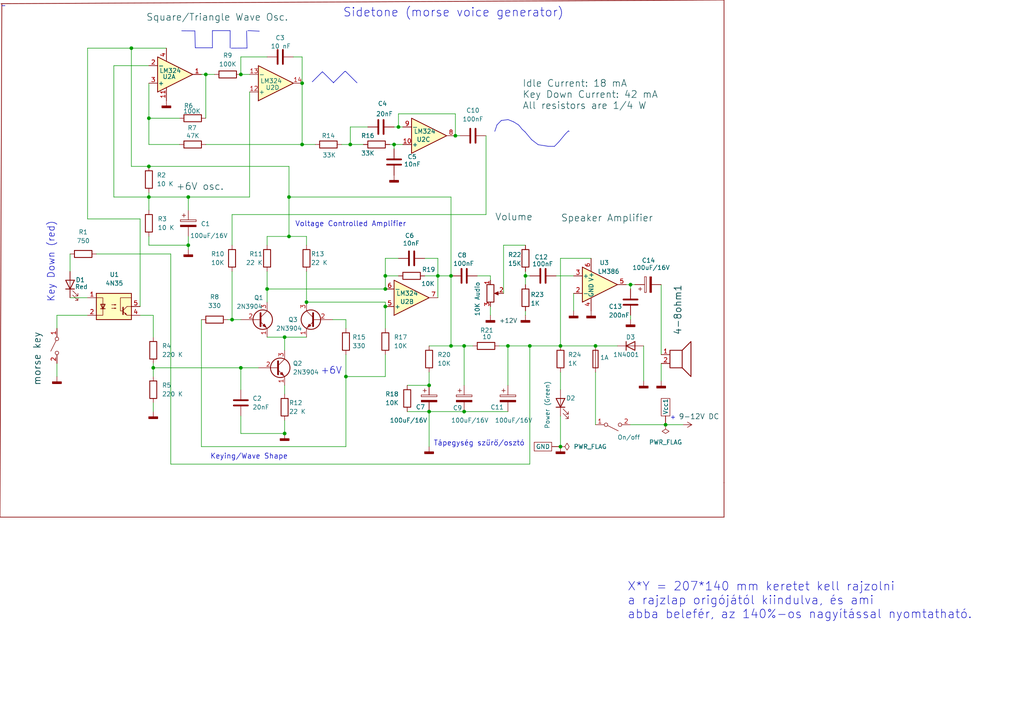
<source format=kicad_sch>
(kicad_sch (version 20230121) (generator eeschema)
  (paper "A4")
  (title_block (title "sidetone-cw-voice-generator") (date "2024-02-03") (rev "0"))
  (lib_symbols
    (symbol "000_Device:GND"
      (property "Reference" "GND" (at 0 2.54 0))
      (symbol "GND_0_1"
        (rectangle (start 2.54 1.27) (end 7.62 -1.27))
      )
      (symbol "GND_1_1"
        (pin passive line (at 0 0 0) (length 2.54) (name "GND") (number ""))
      )
    )
    (symbol "000_Device:Vcc"
      (property "Reference" "Vcc" (at 5.08 0 0))
      (symbol "Vcc_0_1"
        (rectangle (start 2.54 1.27) (end 7.62 -1.27))
      )
      (symbol "Vcc_1_1"
        (pin passive line (at 0 0 0) (length 2.54) (name "") (number ""))
      )
    )
    (symbol "Amplifier_Audio:LM386" (pin_names (offset 0.127))
      (property "Reference" "U3" (at -2.3596 11.0316 0))
      (property "Value" "LM386" (at -2.7923 9.0535 0))
      (symbol "LM386_0_1"
        (polyline (pts (xy 5.08 0) (xy -5.08 5.08) (xy -5.08 -5.08) (xy 5.08 0)) (stroke (width 0.254)) (fill (type background)))
      )
      (symbol "LM386_1_1"
        (pin no_connect line (at 0 0 270) (length 2.54) hide (name "GAIN") (number "1"))
        (pin input line (at -7.62 -2.54 0) (length 2.54) (name "-") (number "2"))
        (pin input line (at -7.62 2.54 0) (length 2.54) (name "+") (number "3"))
        (pin power_in line (at -2.54 -7.62 90) (length 3.81) (name "GND") (number "4"))
        (pin output line (at 7.62 0 180) (length 2.54) (name "~") (number "5"))
        (pin power_in line (at -2.54 7.62 270) (length 3.81) (name "V+") (number "6"))
        (pin no_connect line (at -1.27 0 90) (length 2.5) hide (name "BYPASS") (number "7"))
        (pin no_connect line (at 1.27 1.27 270) (length 1.5) hide (name "GAIN") (number "8"))
      )
    )
    (symbol "Amplifier_Operational:LM324" (pin_names (offset 0.127))
      (property "Reference" "U" (at 0 5.08 0))
      (property "Value" "LM324" (at 0 -5.08 0))
      (symbol "LM324_1_1"
        (polyline (pts (xy -5.08 5.08) (xy 5.08 0) (xy -5.08 -5.08) (xy -5.08 5.08)) (stroke (width 0.254)) (fill (type background)))
        (pin output line (at 7.62 0 180) (length 2.54) (name "~") (number "1"))
        (pin input line (at -7.62 -2.54 0) (length 2.54) (name "-") (number "2"))
        (pin input line (at -7.62 2.54 0) (length 2.54) (name "+") (number "3"))
      )
      (symbol "LM324_2_1"
        (polyline (pts (xy -5.08 5.08) (xy 5.08 0) (xy -5.08 -5.08) (xy -5.08 5.08)) (stroke (width 0.254)) (fill (type background)))
        (pin input line (at -7.62 2.54 0) (length 2.54) (name "+") (number "5"))
        (pin input line (at -7.62 -2.54 0) (length 2.54) (name "-") (number "6"))
        (pin output line (at 7.62 0 180) (length 2.54) (name "~") (number "7"))
      )
      (symbol "LM324_3_1"
        (polyline (pts (xy -5.08 5.08) (xy 5.08 0) (xy -5.08 -5.08) (xy -5.08 5.08)) (stroke (width 0.254)) (fill (type background)))
        (pin input line (at -7.62 2.54 0) (length 2.54) (name "+") (number "10"))
        (pin output line (at 7.62 0 180) (length 2.54) (name "~") (number "8"))
        (pin input line (at -7.62 -2.54 0) (length 2.54) (name "-") (number "9"))
      )
      (symbol "LM324_4_1"
        (polyline (pts (xy -5.08 5.08) (xy 5.08 0) (xy -5.08 -5.08) (xy -5.08 5.08)) (stroke (width 0.254)) (fill (type background)))
        (pin input line (at -7.62 2.54 0) (length 2.54) (name "+") (number "12"))
        (pin input line (at -7.62 -2.54 0) (length 2.54) (name "-") (number "13"))
        (pin output line (at 7.62 0 180) (length 2.54) (name "~") (number "14"))
      )
      (symbol "LM324_5_1"
        (pin power_in line (at -2.54 -7.62 90) (length 3.81) (name "V-") (number "11"))
        (pin power_in line (at -2.54 7.62 270) (length 3.81) (name "V+") (number "4"))
      )
    )
    (symbol "Device:C" (pin_numbers hide) (pin_names (offset 0.254))
      (property "Reference" "C" (at 0.635 2.54 0))
      (property "Value" "C" (at 0.635 -2.54 0))
      (symbol "C_0_1"
        (polyline (pts (xy -2.032 -0.762) (xy 2.032 -0.762)) (stroke (width 0.508)))
        (polyline (pts (xy -2.032 0.762) (xy 2.032 0.762)) (stroke (width 0.508)))
      )
      (symbol "C_1_1"
        (pin passive line (at 0 3.81 270) (length 2.794) (name "~") (number "1"))
        (pin passive line (at 0 -3.81 90) (length 2.794) (name "~") (number "2"))
      )
    )
    (symbol "Device:C_Polarized" (pin_numbers hide) (pin_names (offset 0.254))
      (property "Reference" "C" (at 0.635 2.54 0))
      (property "Value" "C_Polarized" (at 0.635 -2.54 0))
      (symbol "C_Polarized_0_1"
        (rectangle (start -2.286 0.508) (end 2.286 1.016))
        (polyline (pts (xy -1.778 2.286) (xy -0.762 2.286)))
        (polyline (pts (xy -1.27 2.794) (xy -1.27 1.778)))
        (rectangle (start 2.286 -0.508) (end -2.286 -1.016) (fill (type outline)))
      )
      (symbol "C_Polarized_1_1"
        (pin passive line (at 0 3.81 270) (length 2.794) (name "~") (number "1"))
        (pin passive line (at 0 -3.81 90) (length 2.794) (name "~") (number "2"))
      )
    )
    (symbol "Device:Fuse" (pin_numbers hide) (pin_names (offset 0))
      (property "Reference" "F" (at 2.032 0 90))
      (property "Value" "Fuse" (at -1.905 0 90))
      (symbol "Fuse_0_1"
        (rectangle (start -0.762 -2.54) (end 0.762 2.54) (stroke (width 0.254)))
        (polyline (pts (xy 0 2.54) (xy 0 -2.54)))
      )
      (symbol "Fuse_1_1"
        (pin passive line (at 0 3.81 270) (length 1.27) (name "~") (number "1"))
        (pin passive line (at 0 -3.81 90) (length 1.27) (name "~") (number "2"))
      )
    )
    (symbol "Device:LED" (pin_numbers hide) (pin_names (offset 1.016) hide)
      (property "Reference" "D" (at 0 2.54 0))
      (property "Value" "LED" (at 0 -2.54 0))
      (symbol "LED_0_1"
        (polyline (pts (xy -1.27 -1.27) (xy -1.27 1.27)) (stroke (width 0.254)))
        (polyline (pts (xy -1.27 0) (xy 1.27 0)))
        (polyline (pts (xy 1.27 -1.27) (xy 1.27 1.27) (xy -1.27 0) (xy 1.27 -1.27)) (stroke (width 0.254)))
        (polyline (pts (xy -3.048 -0.762) (xy -4.572 -2.286) (xy -3.81 -2.286) (xy -4.572 -2.286) (xy -4.572 -1.524)))
        (polyline (pts (xy -1.778 -0.762) (xy -3.302 -2.286) (xy -2.54 -2.286) (xy -3.302 -2.286) (xy -3.302 -1.524)))
      )
      (symbol "LED_1_1"
        (pin passive line (at -3.81 0 0) (length 2.54) (name "K") (number "1"))
        (pin passive line (at 3.81 0 180) (length 2.54) (name "A") (number "2"))
      )
    )
    (symbol "Device:R" (pin_numbers hide) (pin_names (offset 0))
      (property "Reference" "R" (at 2.032 0 90))
      (property "Value" "R" (at 0 0 90))
      (symbol "R_0_1"
        (rectangle (start -1.016 -2.54) (end 1.016 2.54) (stroke (width 0.254)))
      )
      (symbol "R_1_1"
        (pin passive line (at 0 3.81 270) (length 1.27) (name "~") (number "1"))
        (pin passive line (at 0 -3.81 90) (length 1.27) (name "~") (number "2"))
      )
    )
    (symbol "Device:R_Potentiometer" (pin_names (offset 1.016) hide)
      (property "Reference" "RV" (at -4.445 0 90))
      (property "Value" "R_Potentiometer" (at -2.54 0 90))
      (symbol "R_Potentiometer_0_1"
        (polyline (pts (xy 2.54 0) (xy 1.524 0)))
        (polyline (pts (xy 1.143 0) (xy 2.286 0.508) (xy 2.286 -0.508) (xy 1.143 0)) (fill (type outline)))
        (rectangle (start 1.016 2.54) (end -1.016 -2.54) (stroke (width 0.254)))
      )
      (symbol "R_Potentiometer_1_1"
        (pin passive line (at 0 3.81 270) (length 1.27) (name "1") (number "1"))
        (pin passive line (at 3.81 0 180) (length 1.27) (name "2") (number "2"))
        (pin passive line (at 0 -3.81 90) (length 1.27) (name "3") (number "3"))
      )
    )
    (symbol "Device:Speaker" (pin_names (offset 0) hide)
      (property "Reference" "LS" (at 1.27 5.715 0))
      (property "Value" "Speaker" (at 1.27 3.81 0))
      (symbol "Speaker_0_0"
        (rectangle (start -2.54 1.27) (end 1.016 -3.81) (stroke (width 0.254)))
        (polyline (pts (xy 1.016 1.27) (xy 3.556 3.81) (xy 3.556 -6.35) (xy 1.016 -3.81)) (stroke (width 0.254)))
      )
      (symbol "Speaker_1_1"
        (pin input line (at -5.08 0 0) (length 2.54) (name "1") (number "1"))
        (pin input line (at -5.08 -2.54 0) (length 2.54) (name "2") (number "2"))
      )
    )
    (symbol "Diode:1N4001" (pin_numbers hide) (pin_names hide)
      (property "Reference" "D" (at 0 2.54 0))
      (property "Value" "1N4001" (at 0 -2.54 0))
      (symbol "1N4001_0_1"
        (polyline (pts (xy -1.27 1.27) (xy -1.27 -1.27)) (stroke (width 0.254)))
        (polyline (pts (xy 1.27 0) (xy -1.27 0)))
        (polyline (pts (xy 1.27 1.27) (xy 1.27 -1.27) (xy -1.27 0) (xy 1.27 1.27)) (stroke (width 0.254)))
      )
      (symbol "1N4001_1_1"
        (pin passive line (at -3.81 0 0) (length 2.54) (name "K") (number "1"))
        (pin passive line (at 3.81 0 180) (length 2.54) (name "A") (number "2"))
      )
    )
    (symbol "Isolator:4N35" (pin_names (offset 1.016))
      (property "Reference" "U1" (at 0.1536 9.2654 0))
      (property "Value" "4N35" (at 0.1536 6.7254 0))
      (symbol "4N35_0_1"
        (rectangle (start -5.08 3.81) (end 5.08 -3.81) (stroke (width 0.254)) (fill (type background)))
        (polyline (pts (xy -3.81 -0.635) (xy -2.54 -0.635)) (stroke (width 0.254)))
        (polyline (pts (xy 2.667 -1.397) (xy 3.81 -2.54)))
        (polyline (pts (xy 2.667 -1.143) (xy 3.81 0)))
        (polyline (pts (xy 3.81 -2.54) (xy 5.08 -2.54)))
        (polyline (pts (xy 3.81 0) (xy 5.08 0)))
        (polyline (pts (xy 2.667 -0.254) (xy 2.667 -2.286) (xy 2.667 -2.286)) (stroke (width 0.3556)))
        (polyline (pts (xy -5.08 -2.54) (xy -3.175 -2.54) (xy -3.175 2.54) (xy -5.08 2.54)))
        (polyline (pts (xy -3.175 -0.635) (xy -3.81 0.635) (xy -2.54 0.635) (xy -3.175 -0.635)) (stroke (width 0.254)))
        (polyline (pts (xy 3.683 -2.413) (xy 3.429 -1.905) (xy 3.175 -2.159) (xy 3.683 -2.413)))
        (polyline (pts (xy 5.08 2.54) (xy 1.905 2.54) (xy 1.905 -1.27) (xy 2.54 -1.27)))
        (polyline (pts (xy -0.635 -0.508) (xy 0.635 -0.508) (xy 0.254 -0.635) (xy 0.254 -0.381) (xy 0.635 -0.508)))
        (polyline (pts (xy -0.635 0.508) (xy 0.635 0.508) (xy 0.254 0.381) (xy 0.254 0.635) (xy 0.635 0.508)))
      )
      (symbol "4N35_1_1"
        (pin passive line (at -7.62 2.54 0) (length 2.54) (name "~") (number "1"))
        (pin passive line (at -7.62 -2.54 0) (length 2.54) (name "~") (number "2"))
        (pin no_connect line (at -5.08 0 0) (length 2.54) hide (name "NC") (number "3"))
        (pin passive line (at 7.62 -2.54 180) (length 2.54) (name "~") (number "4"))
        (pin passive line (at 7.62 0 180) (length 2.54) (name "~") (number "5"))
        (pin no_connect line (at 2.54 2.54 0) (length 2.54) hide (name "~") (number "6"))
      )
    )
    (symbol "LM324_3" (pin_names (offset 0.127) hide)
      (property "Reference" "U" (at 0 5.08 0))
      (property "Value" "LM324" (at 0 -5.08 0))
      (symbol "LM324_3_1_1"
        (polyline (pts (xy -5.08 5.08) (xy 5.08 0) (xy -5.08 -5.08) (xy -5.08 5.08)) (stroke (width 0.254)) (fill (type background)))
        (pin output line (at 7.62 0 180) (length 2.54) (name "~") (number "1"))
        (pin input line (at -7.62 -2.54 0) (length 2.54) (name "-") (number "2"))
        (pin input line (at -7.62 2.54 0) (length 2.54) (name "+") (number "3"))
      )
      (symbol "LM324_3_2_1"
        (polyline (pts (xy -5.08 5.08) (xy 5.08 0) (xy -5.08 -5.08) (xy -5.08 5.08)) (stroke (width 0.254)) (fill (type background)))
        (pin input line (at -7.62 2.54 0) (length 2.54) (name "+") (number "5"))
        (pin input line (at -7.62 -2.54 0) (length 2.54) (name "-") (number "6"))
        (pin output line (at 7.62 0 180) (length 2.54) (name "~") (number "7"))
      )
      (symbol "LM324_3_3_1"
        (polyline (pts (xy -5.08 5.08) (xy 5.08 0) (xy -5.08 -5.08) (xy -5.08 5.08)) (stroke (width 0.254)) (fill (type background)))
        (pin input line (at -7.62 2.54 0) (length 2.54) (name "+") (number "10"))
        (pin output line (at 7.62 0 180) (length 2.54) (name "~") (number "8"))
        (pin input line (at -7.62 -2.54 0) (length 2.54) (name "-") (number "9"))
      )
      (symbol "LM324_3_4_1"
        (polyline (pts (xy -5.08 5.08) (xy 5.08 0) (xy -5.08 -5.08) (xy -5.08 5.08)) (stroke (width 0.254)) (fill (type background)))
        (pin input line (at -7.62 2.54 0) (length 2.54) (name "+") (number "12"))
        (pin input line (at -7.62 -2.54 0) (length 2.54) (name "-") (number "13"))
        (pin output line (at 7.62 0 180) (length 2.54) (name "~") (number "14"))
      )
      (symbol "LM324_3_5_1"
        (pin power_in line (at -2.54 -7.62 90) (length 3.81) (name "V-") (number "11"))
        (pin power_in line (at -2.54 7.62 270) (length 3.81) (name "V+") (number "4"))
      )
    )
    (symbol "Switch:SW_DPST_x2" (pin_names (offset 0) hide)
      (property "Reference" "SW" (at 0 3.175 0))
      (property "Value" "SW_DPST_x2" (at 0 -2.54 0))
      (symbol "SW_DPST_x2_0_0"
        (circle (center -2.032 0) (radius 0.508))
        (polyline (pts (xy -1.524 0.254) (xy 1.524 1.778)))
        (circle (center 2.032 0) (radius 0.508))
      )
      (symbol "SW_DPST_x2_1_1"
        (pin passive line (at -5.08 0 0) (length 2.54) (name "A") (number "1"))
        (pin passive line (at 5.08 0 180) (length 2.54) (name "B") (number "2"))
      )
      (symbol "SW_DPST_x2_2_1"
        (pin passive line (at -5.08 0 0) (length 2.54) (name "A") (number "3"))
        (pin passive line (at 5.08 0 180) (length 2.54) (name "B") (number "4"))
      )
    )
    (symbol "Transistor_BJT:2N3904" (pin_names (offset 0) hide)
      (property "Reference" "Q" (at 5.08 1.905 0))
      (property "Value" "2N3904" (at 5.08 0 0))
      (symbol "2N3904_0_1"
        (polyline (pts (xy 0.635 0.635) (xy 2.54 2.54)))
        (polyline (pts (xy 0.635 -0.635) (xy 2.54 -2.54) (xy 2.54 -2.54)))
        (polyline (pts (xy 0.635 1.905) (xy 0.635 -1.905) (xy 0.635 -1.905)) (stroke (width 0.508)))
        (polyline (pts (xy 1.27 -1.778) (xy 1.778 -1.27) (xy 2.286 -2.286) (xy 1.27 -1.778) (xy 1.27 -1.778)) (fill (type outline)))
        (circle (center 1.27 0) (radius 2.8194) (stroke (width 0.254)))
      )
      (symbol "2N3904_1_1"
        (pin passive line (at 2.54 -5.08 90) (length 2.54) (name "E") (number "1"))
        (pin passive line (at -5.08 0 0) (length 5.715) (name "B") (number "2"))
        (pin passive line (at 2.54 5.08 270) (length 2.54) (name "C") (number "3"))
      )
    )
    (symbol "power:GNDD" (power) (pin_names (offset 0))
      (property "Value" "GNDD" (at 0 -3.175 0))
      (symbol "GNDD_0_1"
        (rectangle (start -1.27 -1.524) (end 1.27 -2.032) (stroke (width 0.254)) (fill (type outline)))
        (polyline (pts (xy 0 0) (xy 0 -1.524)))
      )
      (symbol "GNDD_1_1"
        (pin power_in line (at 0 0 270) (length 0) hide (name "GNDD") (number "1"))
      )
    )
    (symbol "power:PWR_FLAG" (power) (pin_numbers hide) (pin_names (offset 0) hide)
      (property "Value" "PWR_FLAG" (at 0 3.81 0))
      (symbol "PWR_FLAG_0_0"
        (pin power_out line (at 0 0 90) (length 0) (name "pwr") (number "1"))
      )
      (symbol "PWR_FLAG_0_1"
        (polyline (pts (xy 0 0) (xy 0 1.27) (xy -1.016 1.905) (xy 0 2.54) (xy 1.016 1.905) (xy 0 1.27)))
      )
    )
    (symbol "power:VCC" (power) (pin_names (offset 0))
      (property "Value" "VCC" (at 0 3.81 0))
      (symbol "VCC_0_1"
        (polyline (pts (xy -0.762 1.27) (xy 0 2.54)))
        (polyline (pts (xy 0 0) (xy 0 2.54)))
        (polyline (pts (xy 0 2.54) (xy 0.762 1.27)))
      )
      (symbol "VCC_1_1"
        (pin power_in line (at 0 0 90) (length 0) hide (name "VCC") (number "1"))
      )
    )
  )
  (junction (at 114.3 41.91))
  (junction (at 111.76 80.01))
  (junction (at 54.61 57.15))
  (junction (at 124.46 119.38))
  (junction (at 193.04 123.19))
  (junction (at 83.82 57.15))
  (junction (at 88.9 87.63))
  (junction (at 115.57 36.83))
  (junction (at 130.81 80.01))
  (junction (at 124.46 111.76))
  (junction (at 82.55 97.79))
  (junction (at 152.4 80.01))
  (junction (at 101.6 41.91))
  (junction (at 134.62 119.38))
  (junction (at 67.31 92.71))
  (junction (at 172.72 100.33))
  (junction (at 132.08 39.37))
  (junction (at 127 80.01))
  (junction (at 111.76 88.9))
  (junction (at 83.82 68.58))
  (junction (at 162.56 100.33))
  (junction (at 54.61 71.12))
  (junction (at 69.85 21.59))
  (junction (at 134.62 100.33))
  (junction (at 59.69 21.59))
  (junction (at 43.18 34.29))
  (junction (at 43.18 57.15))
  (junction (at 87.63 24.13))
  (junction (at 69.85 106.68))
  (junction (at 162.56 129.54))
  (junction (at 153.67 100.33))
  (junction (at 38.1 13.97))
  (junction (at 100.33 109.22))
  (junction (at 87.63 41.91))
  (junction (at 43.18 48.26))
  (junction (at 82.55 125.73))
  (junction (at 111.76 83.82))
  (junction (at 182.88 82.55))
  (junction (at 77.47 83.82))
  (junction (at 147.32 100.33))
  (junction (at 130.81 100.33))
  (junction (at 44.45 106.68))
  (wire (pts (xy 69.85 106.68) (xy 69.85 113.03)))
  (wire (pts (xy 44.45 116.84) (xy 44.45 119.38)))
  (wire (pts (xy 33.02 57.15) (xy 43.18 57.15)))
  (wire (pts (xy 58.42 92.71) (xy 58.42 129.54)))
  (polyline (pts (xy 61.6139 8.8821) (xy 66.7494 8.8821)))
  (wire (pts (xy 77.47 68.58) (xy 83.82 68.58)))
  (wire (pts (xy 147.32 100.33) (xy 153.67 100.33)))
  (wire (pts (xy 142.24 80.01) (xy 142.24 81.28)))
  (wire (pts (xy 101.6 36.83) (xy 101.6 41.91)))
  (wire (pts (xy 124.46 100.33) (xy 130.81 100.33)))
  (wire (pts (xy 152.4 78.74) (xy 152.4 80.01)))
  (wire (pts (xy 20.32 73.66) (xy 20.32 78.74)))
  (wire (pts (xy 52.07 41.91) (xy 43.18 41.91)))
  (wire (pts (xy 130.81 57.15) (xy 83.82 57.15)))
  (wire (pts (xy 67.31 78.74) (xy 67.31 92.71)))
  (wire (pts (xy 88.9 78.74) (xy 88.9 87.63)))
  (polyline (pts (xy 75.2177 9.0373) (xy 71.8849 8.8821)))
  (polyline (pts (xy 156.102 41.9754) (xy 158.934 42.4225)))
  (wire (pts (xy 74.93 106.68) (xy 69.85 106.68)))
  (wire (pts (xy 69.85 16.51) (xy 69.85 21.59)))
  (polyline (pts (xy 152.2862 38.249) (xy 154.1941 40.5146)))
  (wire (pts (xy 16.51 109.22) (xy 16.51 105.41)))
  (wire (pts (xy 118.11 111.76) (xy 124.46 111.76)))
  (wire (pts (xy 124.46 119.38) (xy 134.62 119.38)))
  (wire (pts (xy 115.57 36.83) (xy 116.84 36.83)))
  (wire (pts (xy 82.55 97.79) (xy 88.9 97.79)))
  (polyline (pts (xy 93.4363 20.8693) (xy 93.5943 20.8693)))
  (wire (pts (xy 87.63 24.13) (xy 87.63 41.91)))
  (wire (pts (xy 182.88 91.44) (xy 182.88 92.71)))
  (wire (pts (xy 44.45 106.68) (xy 69.85 106.68)))
  (wire (pts (xy 69.85 125.73) (xy 69.85 120.65)))
  (wire (pts (xy 44.45 91.44) (xy 44.45 97.79)))
  (wire (pts (xy 100.33 109.22) (xy 111.76 109.22)))
  (wire (pts (xy 182.88 82.55) (xy 182.88 83.82)))
  (wire (pts (xy 191.77 105.41) (xy 191.77 110.49)))
  (wire (pts (xy 115.57 74.93) (xy 111.76 74.93)))
  (wire (pts (xy 96.52 92.71) (xy 100.33 92.71)))
  (wire (pts (xy 152.4 90.17) (xy 152.4 91.44)))
  (wire (pts (xy 162.56 74.93) (xy 162.56 100.33)))
  (polyline (pts (xy 0.5267 1.645) (xy 1.454 1.645)))
  (wire (pts (xy 82.55 97.79) (xy 82.55 101.6)))
  (wire (pts (xy 114.3 36.83) (xy 115.57 36.83)))
  (wire (pts (xy 123.19 74.93) (xy 127 74.93)))
  (wire (pts (xy 87.63 16.51) (xy 87.63 24.13)))
  (wire (pts (xy 59.69 21.59) (xy 62.23 21.59)))
  (wire (pts (xy 130.81 100.33) (xy 130.81 80.01)))
  (wire (pts (xy 77.47 83.82) (xy 77.47 87.63)))
  (polyline (pts (xy 56.5208 8.9674) (xy 52.7005 8.9361)))
  (wire (pts (xy 40.64 88.9) (xy 40.64 63.5)))
  (polyline (pts (xy 154.1941 40.5146) (xy 156.102 41.9754)))
  (wire (pts (xy 100.33 109.22) (xy 100.33 129.54)))
  (wire (pts (xy 85.09 16.51) (xy 87.63 16.51)))
  (wire (pts (xy 27.94 73.66) (xy 49.53 73.66)))
  (polyline (pts (xy 210 150) (xy 0 150)) (stroke (width 0.2) (color 132 0 0 1)))
  (wire (pts (xy 25.4 86.36) (xy 20.32 86.36)))
  (wire (pts (xy 130.81 80.01) (xy 130.81 57.15)))
  (polyline (pts (xy 66.7494 8.8821) (xy 66.7494 13.9133)))
  (wire (pts (xy 69.85 16.51) (xy 77.47 16.51)))
  (wire (pts (xy 146.05 71.12) (xy 146.05 85.09)))
  (wire (pts (xy 43.18 57.15) (xy 54.61 57.15)))
  (wire (pts (xy 130.81 100.33) (xy 134.62 100.33)))
  (polyline (pts (xy 0.5267 1.1813) (xy 0 150)) (stroke (width 0.2) (color 132 0 0 1)))
  (wire (pts (xy 127 80.01) (xy 127 86.36)))
  (polyline (pts (xy 163.9423 38.9048) (xy 164.8366 37.9807)))
  (wire (pts (xy 88.9 71.12) (xy 88.9 68.58)))
  (polyline (pts (xy 0.2949 1.0701) (xy 210 0)) (stroke (width 0.2) (color 132 0 0 1)))
  (wire (pts (xy 152.4 80.01) (xy 152.4 82.55)))
  (wire (pts (xy 186.69 100.33) (xy 186.69 110.49)))
  (polyline (pts (xy 158.934 42.4225) (xy 160.8121 42.4523)))
  (wire (pts (xy 67.31 71.12) (xy 67.31 62.23)))
  (wire (pts (xy 171.45 74.93) (xy 162.56 74.93)))
  (wire (pts (xy 100.33 92.71) (xy 100.33 95.25)))
  (wire (pts (xy 182.88 82.55) (xy 184.15 82.55)))
  (wire (pts (xy 67.31 92.71) (xy 69.85 92.71)))
  (wire (pts (xy 58.42 21.59) (xy 59.69 21.59)))
  (wire (pts (xy 123.19 80.01) (xy 127 80.01)))
  (polyline (pts (xy 149.007 35.3574) (xy 150.4677 36.2815)))
  (wire (pts (xy 82.55 111.76) (xy 82.55 114.3)))
  (wire (pts (xy 113.03 41.91) (xy 114.3 41.91)))
  (wire (pts (xy 118.11 119.38) (xy 124.46 119.38)))
  (wire (pts (xy 49.53 73.66) (xy 49.53 134.62)))
  (wire (pts (xy 77.47 68.58) (xy 77.47 71.12)))
  (wire (pts (xy 43.18 41.91) (xy 43.18 34.29)))
  (wire (pts (xy 88.9 87.63) (xy 111.76 87.63)))
  (wire (pts (xy 25.4 13.97) (xy 38.1 13.97)))
  (polyline (pts (xy 100.231 20.7113) (xy 103.5493 24.0296)))
  (wire (pts (xy 132.08 39.37) (xy 133.35 39.37)))
  (wire (pts (xy 153.67 134.62) (xy 153.67 100.33)))
  (polyline (pts (xy 150.4677 36.2815) (xy 151.4515 37.5037)))
  (wire (pts (xy 134.62 100.33) (xy 137.16 100.33)))
  (polyline (pts (xy 56.6364 13.8676) (xy 61.6139 13.8676)))
  (wire (pts (xy 191.77 82.55) (xy 191.77 102.87)))
  (wire (pts (xy 49.53 134.62) (xy 153.67 134.62)))
  (polyline (pts (xy 96.7546 23.9506) (xy 99.9939 20.7113)))
  (wire (pts (xy 142.24 88.9) (xy 142.24 91.44)))
  (wire (pts (xy 44.45 106.68) (xy 44.45 109.22)))
  (wire (pts (xy 172.72 100.33) (xy 179.07 100.33)))
  (wire (pts (xy 153.67 100.33) (xy 162.56 100.33)))
  (wire (pts (xy 38.1 48.26) (xy 43.18 48.26)))
  (polyline (pts (xy 61.6139 13.8676) (xy 61.6139 8.8821)))
  (wire (pts (xy 124.46 107.95) (xy 124.46 111.76)))
  (wire (pts (xy 66.04 92.71) (xy 67.31 92.71)))
  (polyline (pts (xy 144.1478 36.2219) (xy 145.3999 34.94)))
  (wire (pts (xy 100.33 129.54) (xy 58.42 129.54)))
  (wire (pts (xy 100.33 102.87) (xy 100.33 109.22)))
  (wire (pts (xy 138.43 80.01) (xy 142.24 80.01)))
  (wire (pts (xy 83.82 48.26) (xy 83.82 57.15)))
  (wire (pts (xy 132.08 33.02) (xy 132.08 39.37)))
  (wire (pts (xy 147.32 100.33) (xy 147.32 111.76)))
  (polyline (pts (xy 96.7546 24.0296) (xy 96.7546 23.9506)))
  (polyline (pts (xy 210 0) (xy 210 140)) (stroke (width 0.2) (color 132 0 0 1)))
  (wire (pts (xy 162.56 107.95) (xy 162.56 113.03)))
  (wire (pts (xy 54.61 71.12) (xy 54.61 72.39)))
  (wire (pts (xy 44.45 105.41) (xy 44.45 106.68)))
  (wire (pts (xy 72.39 26.67) (xy 72.39 57.15)))
  (wire (pts (xy 33.02 19.05) (xy 43.18 19.05)))
  (polyline (pts (xy 151.4515 37.5037) (xy 152.2862 38.249)))
  (wire (pts (xy 101.6 36.83) (xy 106.68 36.83)))
  (wire (pts (xy 40.64 91.44) (xy 44.45 91.44)))
  (polyline (pts (xy 147.3674 34.7015) (xy 149.007 35.3574)))
  (wire (pts (xy 111.76 80.01) (xy 111.76 83.82)))
  (wire (pts (xy 115.57 33.02) (xy 115.57 36.83)))
  (wire (pts (xy 111.76 88.9) (xy 111.76 95.25)))
  (wire (pts (xy 152.4 80.01) (xy 153.67 80.01)))
  (wire (pts (xy 33.02 57.15) (xy 33.02 19.05)))
  (wire (pts (xy 43.18 24.13) (xy 43.18 34.29)))
  (wire (pts (xy 114.3 41.91) (xy 114.3 43.18)))
  (polyline (pts (xy 143.51 38.1) (xy 144.1478 36.2219)))
  (wire (pts (xy 43.18 57.15) (xy 43.18 60.96)))
  (wire (pts (xy 77.47 97.79) (xy 82.55 97.79)))
  (wire (pts (xy 147.32 100.33) (xy 144.78 100.33)))
  (wire (pts (xy 82.55 125.73) (xy 69.85 125.73)))
  (wire (pts (xy 111.76 87.63) (xy 111.76 88.9)))
  (wire (pts (xy 124.46 119.38) (xy 124.46 129.54)))
  (wire (pts (xy 99.06 41.91) (xy 101.6 41.91)))
  (polyline (pts (xy 160.8121 42.4523) (xy 162.094 41.1407)))
  (polyline (pts (xy 71.5322 8.9674) (xy 71.6479 13.9386)))
  (wire (pts (xy 82.55 121.92) (xy 82.55 125.73)))
  (wire (pts (xy 181.61 82.55) (xy 182.88 82.55)))
  (wire (pts (xy 111.76 102.87) (xy 111.76 109.22)))
  (wire (pts (xy 87.63 41.91) (xy 91.44 41.91)))
  (wire (pts (xy 162.56 100.33) (xy 172.72 100.33)))
  (wire (pts (xy 134.62 119.38) (xy 147.32 119.38)))
  (wire (pts (xy 114.3 41.91) (xy 116.84 41.91)))
  (wire (pts (xy 54.61 57.15) (xy 54.61 60.96)))
  (wire (pts (xy 43.18 48.26) (xy 83.82 48.26)))
  (wire (pts (xy 59.69 41.91) (xy 87.63 41.91)))
  (polyline (pts (xy 93.5943 20.8693) (xy 96.7546 24.0296)))
  (polyline (pts (xy 71.6479 13.9386) (xy 67.0357 13.9662)))
  (wire (pts (xy 161.29 80.01) (xy 166.37 80.01)))
  (wire (pts (xy 101.6 41.91) (xy 105.41 41.91)))
  (wire (pts (xy 54.61 71.12) (xy 43.18 71.12)))
  (wire (pts (xy 127 80.01) (xy 130.81 80.01)))
  (wire (pts (xy 132.08 33.02) (xy 115.57 33.02)))
  (wire (pts (xy 43.18 55.88) (xy 43.18 57.15)))
  (wire (pts (xy 77.47 78.74) (xy 77.47 83.82)))
  (wire (pts (xy 140.97 62.23) (xy 140.97 39.37)))
  (wire (pts (xy 83.82 68.58) (xy 88.9 68.58)))
  (wire (pts (xy 172.72 123.19) (xy 172.72 107.95)))
  (wire (pts (xy 83.82 57.15) (xy 83.82 68.58)))
  (polyline (pts (xy 162.094 41.1407) (xy 163.9423 38.9048)))
  (wire (pts (xy 25.4 63.5) (xy 25.4 13.97)))
  (wire (pts (xy 16.51 91.44) (xy 25.4 91.44)))
  (polyline (pts (xy 90.5921 23.7135) (xy 93.4363 20.8693)))
  (wire (pts (xy 127 74.93) (xy 127 80.01)))
  (wire (pts (xy 182.88 123.19) (xy 193.04 123.19)))
  (wire (pts (xy 38.1 13.97) (xy 38.1 48.26)))
  (wire (pts (xy 43.18 68.58) (xy 43.18 71.12)))
  (wire (pts (xy 54.61 68.58) (xy 54.61 71.12)))
  (wire (pts (xy 69.85 21.59) (xy 72.39 21.59)))
  (wire (pts (xy 40.64 63.5) (xy 25.4 63.5)))
  (wire (pts (xy 152.4 71.12) (xy 146.05 71.12)))
  (polyline (pts (xy 145.3999 34.94) (xy 147.3674 34.7015)))
  (wire (pts (xy 166.37 85.09) (xy 166.37 90.17)))
  (wire (pts (xy 193.04 123.19) (xy 198.12 123.19)))
  (wire (pts (xy 67.31 62.23) (xy 140.97 62.23)))
  (wire (pts (xy 16.51 91.44) (xy 16.51 95.25)))
  (wire (pts (xy 77.47 83.82) (xy 111.76 83.82)))
  (wire (pts (xy 54.61 57.15) (xy 72.39 57.15)))
  (polyline (pts (xy 210 140) (xy 210 150)) (stroke (width 0.2) (color 132 0 0 1)))
  (wire (pts (xy 43.18 34.29) (xy 52.07 34.29)))
  (polyline (pts (xy 90.5921 23.7136) (xy 90.5921 23.7135)))
  (wire (pts (xy 59.69 21.59) (xy 59.69 34.29)))
  (polyline (pts (xy 164.8366 37.9807) (xy 165.1 38.1)))
  (polyline (pts (xy 99.9939 20.7113) (xy 100.231 20.7113)))
  (wire (pts (xy 162.56 120.65) (xy 162.56 129.54)))
  (wire (pts (xy 134.62 100.33) (xy 134.62 111.76)))
  (wire (pts (xy 111.76 74.93) (xy 111.76 80.01)))
  (polyline (pts (xy 56.5208 8.9674) (xy 56.6364 13.8676)))
  (wire (pts (xy 48.26 13.97) (xy 38.1 13.97)))
  (wire (pts (xy 111.76 80.01) (xy 115.57 80.01)))
  (text "Sidetone (morse voice generator)" (at 99.4393 5.2051 0) (effects (font (size 2.5 2.5)) (justify left bottom)))
  (text "X*Y = 207*140 mm keretet kell rajzolni\na rajzlap origójától kiindulva, és ami \nabba belefér, az 140%-os nagyítással nyomtatható." (at 181.9302 179.7384 0) (effects (font (size 2.5 2.5)) (justify left bottom)))
  (text "+6V" (at 92.9536 108.7675 0) (effects (font (size 2 2)) (justify left bottom)))
  (text "9-12V DC" (at 196.85 121.92 0) (effects (font (size 1.5 1.5)) (justify left bottom)))
  (text "+" (at 194.31 121.92 0) (effects (font (size 1.27 1.27)) (justify left bottom)))
  (text "Volume" (at 143.5796 64.302 0) (effects (font (size 2 2)) (justify left bottom)))
  (text "Key Down (red)" (at 15.9877 87.7718 90) (effects (font (size 2 2)) (justify left bottom)))
  (text "Square/Triangle Wave Osc." (at 42.3911 6.3756 0) (effects (font (size 2 2)) (justify left bottom)))
  (text "Tápegység szűrő/osztó" (at 125.73 129.54 0) (effects (font (size 1.5 1.5)) (justify left bottom)))
  (text "Keying/Wave Shape" (at 60.96 133.35 0) (effects (font (size 1.5 1.5)) (justify left bottom)))
  (text "+6V osc." (at 51.0647 55.4578 0) (effects (font (size 2 2)) (justify left bottom)))
  (text "+12V" (at 144.78 93.98 0) (effects (font (size 1.27 1.27)) (justify left bottom)))
  (text "Speaker Amplifier" (at 162.6752 64.6015 0) (effects (font (size 2 2)) (justify left bottom)))
  (text "Idle Current: 18 mA\nKey Down Current: 42 mA\nAll resistors are 1/4 W" (at 151.5397 31.9912 0) (effects (font (size 2 2)) (justify left bottom)))
  (text "Voltage Controlled Amplifier" (at 85.5838 65.9403 0) (effects (font (size 1.5 1.5)) (justify left bottom)))
  (symbol (lib_id "Device:R") (at 118.11 115.57 0) (mirror y) (unit 1)
    (property "Reference" "R18" (at 115.6521 114.3 0) (effects (justify left)))
    (property "Value" "10K" (at 115.6521 116.84 0) (effects (justify left)))
    (property "Footprint" "000_Resistor:R_Axial_L6.3mm_D2.5mm_P10.0mm_Horizontal" (effects hide))
  )
  (symbol (lib_id "000_Device:Vcc") (at 193.04 123.19 90) (unit 1)
    (property "Reference" "Vcc1" (at 193.04 115.57 0) (effects (justify right)))
    (property "Value" "~" (at 193.04 123.19 0))
    (property "Footprint" "000_Other_Device:+Vcc" (effects hide))
  )
  (symbol (lib_id "Amplifier_Audio:LM386") (at 173.99 82.55 0) (unit 1)
    (property "Reference" "U3" (at 175.26 76.2 0))
    (property "Value" "LM386" (at 176.53 78.74 0))
    (property "Footprint" "000_IC:DIP-8_W7.62mm_Socket_LongPads" (effects hide))
    (property "Datasheet" "http://www.ti.com/lit/ds/symlink/lm386.pdf" (effects hide))
  )
  (symbol (lib_id "Device:C") (at 137.16 39.37 90) (unit 1)
    (property "Reference" "C10" (at 137.16 32.0203 90))
    (property "Value" "100nF" (at 137.16 34.5603 90))
    (property "Footprint" "000_Capacitor:C_Radial_Ceramic_D4.5mm_P5.00mm" (effects hide))
  )
  (symbol (lib_id "Device:R") (at 95.25 41.91 90) (unit 1)
    (property "Reference" "R14" (at 95.25 39.37 90))
    (property "Value" "33K" (at 95.4773 44.995 90))
    (property "Footprint" "000_Resistor:R_Axial_L6.3mm_D2.5mm_P10.0mm_Horizontal" (effects hide))
  )
  (symbol (lib_id "Device:R") (at 119.38 80.01 90) (unit 1)
    (property "Reference" "R19" (at 124.3139 78.1867 90))
    (property "Value" "10K" (at 124.1276 82.2859 90))
    (property "Footprint" "000_Resistor:R_Axial_L6.3mm_D2.5mm_P10.0mm_Horizontal" (effects hide))
  )
  (symbol (lib_id "000_Device:GND") (at 162.56 129.54 180) (unit 1)
    (property "Reference" "GND1" (effects hide))
    (property "Value" "~" (at 162.56 129.54 0))
    (property "Footprint" "000_Other_Device:GND" (effects hide))
  )
  (symbol (lib_id "power:GNDD") (at 16.51 109.22 0) (unit 1)
    (property "Reference" "#PWR01" (effects hide))
    (property "Value" "GNDD" (effects hide))
  )
  (symbol (lib_id "Device:C_Polarized") (at 54.61 64.77 0) (unit 1)
    (property "Reference" "C1" (at 58.2383 64.9219 0) (effects (justify left)))
    (property "Value" "100uF/16V" (at 55.1328 68.3509 0) (effects (justify left)))
    (property "Footprint" "000_Capacitor:CP_Radial_Elektrolit_D8.0mm_P4.0mm_H12" (effects hide))
  )
  (symbol (lib_id "power:GNDD") (at 114.3 50.8 0) (unit 1)
    (property "Reference" "#PWR06" (effects hide))
    (property "Value" "GNDD" (effects hide))
  )
  (symbol (lib_id "Device:C") (at 119.38 74.93 90) (unit 1)
    (property "Reference" "C6" (at 118.7925 68.3331 90))
    (property "Value" "10nF" (at 119.2584 70.569 90))
    (property "Footprint" "000_Capacitor:C_Radial_Ceramic_D4.5mm_P5.00mm" (effects hide))
  )
  (symbol (lib_id "Device:C") (at 182.88 87.63 0) (unit 1)
    (property "Reference" "C13" (at 176.53 88.9 0) (effects (justify left)))
    (property "Value" "200nF" (at 176.53 91.44 0) (effects (justify left)))
    (property "Footprint" "000_Capacitor:C_Radial_Ceramic_D4.5mm_P5.00mm" (effects hide))
  )
  (symbol (lib_id "power:GNDD") (at 124.46 129.54 0) (unit 1)
    (property "Reference" "#PWR07" (effects hide))
    (property "Value" "GNDD" (effects hide))
  )
  (symbol (lib_id "Switch:SW_DPST_x2") (at 177.8 123.19 0) (mirror x) (unit 1)
    (property "Reference" "SW2" (effects hide))
    (property "Value" "On/off" (at 179.07 126.8477 0) (effects (justify left)))
    (property "Footprint" "000_Other_Device:Kapcsolo_Pad_Group_2Pin_P7mm" (effects hide))
  )
  (symbol (lib_id "power:GNDD") (at 44.45 119.38 0) (unit 1)
    (property "Reference" "#PWR02" (effects hide))
    (property "Value" "GNDD" (effects hide))
  )
  (symbol (lib_id "Device:R") (at 111.76 99.06 0) (unit 1)
    (property "Reference" "R17" (at 114.2286 97.79 0) (effects (justify left)))
    (property "Value" "10K" (at 114.2286 100.33 0) (effects (justify left)))
    (property "Footprint" "000_Resistor:R_Axial_L6.3mm_D2.5mm_P10.0mm_Horizontal" (effects hide))
  )
  (symbol (lib_id "Device:C_Polarized") (at 134.62 115.57 0) (unit 1)
    (property "Reference" "C9" (at 131.3549 118.3202 0) (effects (justify left)))
    (property "Value" "100uF/16V" (at 130.81 121.92 0) (effects (justify left)))
    (property "Footprint" "000_Capacitor:CP_Radial_Elektrolit_D8.0mm_P4.0mm_H12" (effects hide))
  )
  (symbol (lib_id "Amplifier_Operational:LM324") (at 80.01 24.13 0) (mirror x) (unit 4)
    (property "Reference" "U2" (at 79.0467 25.3949 0))
    (property "Value" "LM324" (at 78.6622 23.4721 0))
    (property "Footprint" "000_IC:DIP-14_LM324" (effects hide))
    (property "Datasheet" "http://www.ti.com/lit/ds/symlink/lm2902-n.pdf" (effects hide))
  )
  (symbol (lib_id "power:GNDD") (at 142.24 91.44 0) (unit 1)
    (property "Reference" "#PWR08" (effects hide))
    (property "Value" "GNDD" (effects hide))
  )
  (symbol (lib_id "power:GNDD") (at 191.77 110.49 0) (unit 1)
    (property "Reference" "#PWR015" (effects hide))
    (property "Value" "GNDD" (effects hide))
  )
  (symbol (lib_id "Device:C") (at 157.48 80.01 90) (unit 1)
    (property "Reference" "C12" (at 156.988 74.5552 90))
    (property "Value" "100nF" (at 157.4001 76.5643 90))
    (property "Footprint" "000_Capacitor:C_Radial_Ceramic_D4.5mm_P5.00mm" (effects hide))
  )
  (symbol (lib_id "Transistor_BJT:2N3904") (at 80.01 106.68 0) (unit 1)
    (property "Reference" "Q2" (at 84.9204 105.41 0) (effects (justify left)))
    (property "Value" "2N3904" (at 84.9204 107.95 0) (effects (justify left)))
    (property "Footprint" "000_Transistor:TO-92_Kis_Muanyag_Hazas_Transistor" (effects hide))
    (property "Datasheet" "https://www.onsemi.com/pub/Collateral/2N3903-D.PDF" (effects hide))
  )
  (symbol (lib_id "Device:R") (at 82.55 118.11 0) (unit 1)
    (property "Reference" "R12" (at 83.82 116.84 0) (effects (justify left)))
    (property "Value" "22 K" (at 83.82 119.38 0) (effects (justify left)))
    (property "Footprint" "000_Resistor:R_Axial_L6.3mm_D2.5mm_P10.0mm_Horizontal" (effects hide))
  )
  (symbol (lib_id "Amplifier_Operational:LM324") (at 119.38 86.36 0) (mirror x) (unit 2)
    (property "Reference" "U2" (at 118.0548 87.4981 0))
    (property "Value" "LM324" (at 118.11 85.09 0))
    (property "Footprint" "000_IC:DIP-14_LM324" (effects hide))
    (property "Datasheet" "http://www.ti.com/lit/ds/symlink/lm2902-n.pdf" (effects hide))
  )
  (symbol (lib_id "power:GNDD") (at 82.55 125.73 0) (unit 1)
    (property "Reference" "#PWR05" (effects hide))
    (property "Value" "GNDD" (effects hide))
  )
  (symbol (lib_id "Device:R") (at 44.45 101.6 0) (unit 1)
    (property "Reference" "R4" (at 46.99 100.33 0) (effects (justify left)))
    (property "Value" "220 K" (at 46.99 102.87 0) (effects (justify left)))
    (property "Footprint" "000_Resistor:R_Axial_L6.3mm_D2.5mm_P10.0mm_Horizontal" (effects hide))
  )
  (symbol (lib_id "Device:C") (at 134.62 80.01 90) (unit 1)
    (property "Reference" "C8" (at 134.0116 74.019 90))
    (property "Value" "100nF" (at 134.4774 76.4413 90))
    (property "Footprint" "000_Capacitor:C_Radial_Ceramic_D4.5mm_P5.00mm" (effects hide))
  )
  (symbol (lib_id "Device:R") (at 109.22 41.91 90) (mirror x) (unit 1)
    (property "Reference" "R16" (at 106.68 39.37 90))
    (property "Value" "33K" (at 106.68 44.45 90))
    (property "Footprint" "000_Resistor:R_Axial_L6.3mm_D2.5mm_P10.0mm_Horizontal" (effects hide))
  )
  (symbol (lib_id "Transistor_BJT:2N3904") (at 74.93 92.71 0) (unit 1)
    (property "Reference" "Q1" (at 73.66 86.36 0) (effects (justify left)))
    (property "Value" "2N3904" (at 68.58 88.9 0) (effects (justify left)))
    (property "Footprint" "000_Transistor:TO-92_Kis_Muanyag_Hazas_Transistor" (effects hide))
    (property "Datasheet" "https://www.onsemi.com/pub/Collateral/2N3903-D.PDF" (effects hide))
  )
  (symbol (lib_id "Device:LED") (at 20.32 82.55 90) (unit 1)
    (property "Reference" "D1" (at 21.9315 81.1836 90) (effects (justify right)))
    (property "Value" "Red" (at 21.7419 83.1746 90) (effects (justify right)))
    (property "Footprint" "000_Diode:LED_D5.0mm_P5.0_Clear" (effects hide))
  )
  (symbol (lib_id "Isolator:4N35") (at 33.02 88.9 0) (unit 1)
    (property "Reference" "U1" (at 33.1736 79.6346 0))
    (property "Value" "4N35" (at 33.1736 82.1746 0))
    (property "Footprint" "000_IC:DIP-6_W7.62mm_LongPads" (effects hide))
    (property "Datasheet" "https://www.vishay.com/docs/81181/4n35.pdf" (effects hide))
  )
  (symbol (lib_id "Device:R") (at 88.9 74.93 0) (unit 1)
    (property "Reference" "R13" (at 90.17 73.66 0) (effects (justify left)))
    (property "Value" "22 K" (at 90.17 76.2 0) (effects (justify left)))
    (property "Footprint" "000_Resistor:R_Axial_L6.3mm_D2.5mm_P10.0mm_Horizontal" (effects hide))
  )
  (symbol (lib_id "Transistor_BJT:2N3904") (at 91.44 92.71 0) (mirror y) (unit 1)
    (property "Reference" "Q3" (at 86.36 92.71 0) (effects (justify left)))
    (property "Value" "2N3904" (at 87.63 95.25 0) (effects (justify left)))
    (property "Footprint" "000_Transistor:TO-92_Kis_Muanyag_Hazas_Transistor" (effects hide))
    (property "Datasheet" "https://www.onsemi.com/pub/Collateral/2N3903-D.PDF" (effects hide))
  )
  (symbol (lib_id "Device:Speaker") (at 196.85 102.87 0) (unit 1)
    (property "Reference" "4-8ohm1" (at 196.5904 97.2388 90) (effects (font (size 2 2)) (justify left)))
    (property "Value" "Speaker" (effects hide))
    (property "Footprint" "000_Other_Device:Hangszoro" (effects hide))
  )
  (symbol (lib_id "Amplifier_Operational:LM324") (at 50.8 21.59 0) (mirror x) (unit 1)
    (property "Reference" "U2" (at 49.0456 22.2404 0))
    (property "Value" "LM324" (at 49.3929 20.504 0))
    (property "Footprint" "000_IC:DIP-14_LM324" (effects hide))
    (property "Datasheet" "http://www.ti.com/lit/ds/symlink/lm2902-n.pdf" (effects hide))
  )
  (symbol (lib_id "Device:R") (at 55.88 34.29 270) (unit 1)
    (property "Reference" "R6" (at 54.6846 30.6786 90))
    (property "Value" "100K" (at 55.6571 32.2414 90))
    (property "Footprint" "000_Resistor:R_Axial_L6.3mm_D2.5mm_P10.0mm_Horizontal" (effects hide))
  )
  (symbol (lib_id "Device:LED") (at 162.56 116.84 90) (unit 1)
    (property "Reference" "D2" (at 164.1715 115.4736 90) (effects (justify right)))
    (property "Value" "Power (Green)" (at 158.75 110.49 0) (effects (justify right)))
    (property "Footprint" "000_Diode:LED_D5.0mm_P5.0_Clear" (effects hide))
  )
  (symbol (lib_name "LM324_3") (lib_id "Amplifier_Operational:LM324") (at 50.8 21.59 0) (unit 5)
    (property "Reference" "U2" (effects hide))
    (property "Value" "LM324" (effects hide))
    (property "Footprint" "000_IC:DIP-14_LM324" (effects hide))
    (property "Datasheet" "http://www.ti.com/lit/ds/symlink/lm2902-n.pdf" (effects hide))
  )
  (symbol (lib_id "Device:R") (at 62.23 92.71 90) (unit 1)
    (property "Reference" "R8" (at 62.23 86.1201 90))
    (property "Value" "330" (at 62.23 88.6601 90))
    (property "Footprint" "000_Resistor:R_Axial_L6.3mm_D2.5mm_P10.0mm_Horizontal" (effects hide))
  )
  (symbol (lib_id "power:VCC") (at 198.12 123.19 270) (unit 1)
    (property "Reference" "#PWR016" (effects hide))
    (property "Value" "VCC" (effects hide))
  )
  (symbol (lib_id "Device:R") (at 140.97 100.33 90) (unit 1)
    (property "Reference" "R21" (at 141.2065 95.8167 90))
    (property "Value" "10" (at 141.1928 97.6984 90))
    (property "Footprint" "000_Resistor:R_Axial_L6.3mm_D2.5mm_P10.0mm_Horizontal" (effects hide))
  )
  (symbol (lib_id "Device:C") (at 81.28 16.51 270) (unit 1)
    (property "Reference" "C3" (at 81.2432 10.9785 90))
    (property "Value" "10 nF" (at 81.4296 13.4008 90))
    (property "Footprint" "000_Capacitor:C_Radial_Ceramic_D4.5mm_P5.00mm" (effects hide))
  )
  (symbol (lib_id "Device:R") (at 55.88 41.91 270) (unit 1)
    (property "Reference" "R7" (at 55.7311 37.1067 90))
    (property "Value" "47K" (at 55.9172 39.3873 90))
    (property "Footprint" "000_Resistor:R_Axial_L6.3mm_D2.5mm_P10.0mm_Horizontal" (effects hide))
  )
  (symbol (lib_id "Device:R") (at 100.33 99.06 180) (unit 1)
    (property "Reference" "R15" (at 102.1791 97.79 0) (effects (justify right)))
    (property "Value" "330" (at 102.1791 100.33 0) (effects (justify right)))
    (property "Footprint" "000_Resistor:R_Axial_L6.3mm_D2.5mm_P10.0mm_Horizontal" (effects hide))
  )
  (symbol (lib_id "Device:C") (at 69.85 116.84 0) (unit 1)
    (property "Reference" "C2" (at 73.2297 115.57 0) (effects (justify left)))
    (property "Value" "20nF" (at 73.2297 118.11 0) (effects (justify left)))
    (property "Footprint" "000_Capacitor:C_Radial_Ceramic_D4.5mm_P5.00mm" (effects hide))
  )
  (symbol (lib_id "power:GNDD") (at 182.88 92.71 0) (unit 1)
    (property "Reference" "#PWR013" (effects hide))
    (property "Value" "GNDD" (effects hide))
  )
  (symbol (lib_id "Device:R") (at 124.46 104.14 0) (unit 1)
    (property "Reference" "R20" (at 126.8728 102.87 0) (effects (justify left)))
    (property "Value" "10K" (at 126.8728 105.41 0) (effects (justify left)))
    (property "Footprint" "000_Resistor:R_Axial_L6.3mm_D2.5mm_P10.0mm_Horizontal" (effects hide))
  )
  (symbol (lib_id "Device:C") (at 110.49 36.83 270) (unit 1)
    (property "Reference" "C4" (at 109.5877 30.055 90) (effects (justify left)))
    (property "Value" "20nF" (at 109.0635 33.0442 90) (effects (justify left)))
    (property "Footprint" "000_Capacitor:C_Radial_Ceramic_D4.5mm_P5.00mm" (effects hide))
  )
  (symbol (lib_id "Device:C_Polarized") (at 187.96 82.55 90) (unit 1)
    (property "Reference" "C14" (at 190.0458 75.5341 90) (effects (justify left)))
    (property "Value" "100uF/16V" (at 194.3122 77.6199 90) (effects (justify left)))
    (property "Footprint" "000_Capacitor:CP_Radial_Elektrolit_D8.0mm_P4.0mm_H12" (effects hide))
  )
  (symbol (lib_id "Device:Fuse") (at 172.72 104.14 0) (unit 1)
    (property "Reference" "F1" (effects hide))
    (property "Value" "1A" (at 174.037 103.7118 0) (effects (justify left)))
    (property "Footprint" "000_Other_Device:Fuseholder_22x10mm_Horizontal" (effects hide))
  )
  (symbol (lib_id "Device:R") (at 152.4 74.93 0) (mirror y) (unit 1)
    (property "Reference" "R22" (at 151.2551 73.877 0) (effects (justify left)))
    (property "Value" "15K" (at 151.2551 76.417 0) (effects (justify left)))
    (property "Footprint" "000_Resistor:R_Axial_L6.3mm_D2.5mm_P10.0mm_Horizontal" (effects hide))
  )
  (symbol (lib_id "Device:R") (at 43.18 64.77 0) (unit 1)
    (property "Reference" "R3" (at 45.72 63.5 0) (effects (justify left)))
    (property "Value" "10 K" (at 45.72 66.04 0) (effects (justify left)))
    (property "Footprint" "000_Resistor:R_Axial_L6.3mm_D2.5mm_P10.0mm_Horizontal" (effects hide))
  )
  (symbol (lib_id "power:GNDD") (at 166.37 90.17 0) (unit 1)
    (property "Reference" "#PWR011" (effects hide))
    (property "Value" "GNDD" (effects hide))
  )
  (symbol (lib_id "power:PWR_FLAG") (at 193.04 123.19 180) (unit 1)
    (property "Reference" "#FLG02" (effects hide))
    (property "Value" "PWR_FLAG" (at 193.04 128.27 0))
  )
  (symbol (lib_id "Device:R_Potentiometer") (at 142.24 85.09 0) (unit 1)
    (property "Reference" "RV1" (effects hide))
    (property "Value" "10K Audio" (at 138.4591 81.7109 90) (effects (justify right)))
    (property "Footprint" "000_Resistor:Potenciometer_4Pin_P7mm" (effects hide))
  )
  (symbol (lib_id "Device:R") (at 67.31 74.93 0) (mirror x) (unit 1)
    (property "Reference" "R10" (at 65.1033 73.66 0) (effects (justify right)))
    (property "Value" "10K" (at 65.1033 76.2 0) (effects (justify right)))
    (property "Footprint" "000_Resistor:R_Axial_L6.3mm_D2.5mm_P10.0mm_Horizontal" (effects hide))
  )
  (symbol (lib_id "Diode:1N4001") (at 182.88 100.33 0) (unit 1)
    (property "Reference" "D3" (at 182.88 97.79 0))
    (property "Value" "1N4001" (at 181.61 102.87 0))
    (property "Footprint" "000_Resistor:R_Axial_L6.3mm_D2.5mm_P10.0mm_Horizontal" (effects hide))
    (property "Datasheet" "http://www.vishay.com/docs/88503/1n4001.pdf" (effects hide))
    (property "Sim.Device" "D" (effects hide))
    (property "Sim.Pins" "1=K 2=A" (effects hide))
  )
  (symbol (lib_id "power:GNDD") (at 54.61 72.39 0) (unit 1)
    (property "Reference" "#PWR04" (effects hide))
    (property "Value" "GNDD" (effects hide))
  )
  (symbol (lib_id "Amplifier_Operational:LM324") (at 124.46 39.37 0) (mirror x) (unit 3)
    (property "Reference" "U2" (at 122.8257 40.4533 0))
    (property "Value" "LM324" (at 123.19 38.1 0))
    (property "Footprint" "000_IC:DIP-14_LM324" (effects hide))
    (property "Datasheet" "http://www.ti.com/lit/ds/symlink/lm2902-n.pdf" (effects hide))
  )
  (symbol (lib_id "Device:R") (at 66.04 21.59 90) (unit 1)
    (property "Reference" "R9" (at 66.04 16.0735 90))
    (property "Value" "100K" (at 66.04 18.6135 90))
    (property "Footprint" "000_Resistor:R_Axial_L6.3mm_D2.5mm_P10.0mm_Horizontal" (effects hide))
  )
  (symbol (lib_id "Device:R") (at 44.45 113.03 0) (unit 1)
    (property "Reference" "R5" (at 46.99 111.76 0) (effects (justify left)))
    (property "Value" "220 K" (at 46.99 114.3 0) (effects (justify left)))
    (property "Footprint" "000_Resistor:R_Axial_L6.3mm_D2.5mm_P10.0mm_Horizontal" (effects hide))
  )
  (symbol (lib_id "power:GNDD") (at 152.4 91.44 0) (unit 1)
    (property "Reference" "#PWR09" (effects hide))
    (property "Value" "GNDD" (effects hide))
  )
  (symbol (lib_id "Device:C_Polarized") (at 124.46 115.57 0) (unit 1)
    (property "Reference" "C7" (at 120.5983 118.05 0) (effects (justify left)))
    (property "Value" "100uF/16V" (at 113.03 121.92 0) (effects (justify left)))
    (property "Footprint" "000_Capacitor:CP_Radial_Elektrolit_D8.0mm_P4.0mm_H12" (effects hide))
  )
  (symbol (lib_id "Device:R") (at 24.13 73.66 90) (unit 1)
    (property "Reference" "R1" (at 24.13 67.31 90))
    (property "Value" "750" (at 24.13 69.85 90))
    (property "Footprint" "000_Resistor:R_Axial_L6.3mm_D2.5mm_P10.0mm_Horizontal" (effects hide))
  )
  (symbol (lib_id "Device:C_Polarized") (at 147.32 115.57 0) (unit 1)
    (property "Reference" "C11" (at 142.24 118.11 0) (effects (justify left)))
    (property "Value" "100uF/16V" (at 143.51 121.92 0) (effects (justify left)))
    (property "Footprint" "000_Capacitor:CP_Radial_Elektrolit_D8.0mm_P4.0mm_H12" (effects hide))
  )
  (symbol (lib_id "Device:R") (at 77.47 74.93 0) (mirror y) (unit 1)
    (property "Reference" "R11" (at 76.2 73.66 0) (effects (justify left)))
    (property "Value" "22 K" (at 76.2 76.2 0) (effects (justify left)))
    (property "Footprint" "000_Resistor:R_Axial_L6.3mm_D2.5mm_P10.0mm_Horizontal" (effects hide))
  )
  (symbol (lib_id "power:GNDD") (at 171.45 90.17 0) (unit 1)
    (property "Reference" "#PWR012" (effects hide))
    (property "Value" "GNDD" (effects hide))
  )
  (symbol (lib_id "power:GNDD") (at 48.26 29.21 0) (unit 1)
    (property "Reference" "#PWR03" (effects hide))
    (property "Value" "GNDD" (effects hide))
  )
  (symbol (lib_id "Switch:SW_DPST_x2") (at 16.51 100.33 90) (mirror x) (unit 1)
    (property "Reference" "SW1" (effects hide))
    (property "Value" "morse key" (at 10.746 96.0927 0) (effects (font (size 2 2)) (justify left)))
    (property "Footprint" "000_Other_Device:Morse_Key_Pad_Group_2Pin_P7mm" (effects hide))
  )
  (symbol (lib_id "Device:R") (at 43.18 52.07 0) (unit 1)
    (property "Reference" "R2" (at 45.47 50.8 0) (effects (justify left)))
    (property "Value" "10 K" (at 45.47 53.34 0) (effects (justify left)))
    (property "Footprint" "000_Resistor:R_Axial_L6.3mm_D2.5mm_P10.0mm_Horizontal" (effects hide))
  )
  (symbol (lib_id "power:GNDD") (at 186.69 110.49 0) (unit 1)
    (property "Reference" "#PWR014" (effects hide))
    (property "Value" "GNDD" (effects hide))
  )
  (symbol (lib_id "power:PWR_FLAG") (at 162.56 129.54 270) (unit 1)
    (property "Reference" "#FLG01" (effects hide))
    (property "Value" "PWR_FLAG" (at 166.37 129.54 90) (effects (justify left)))
  )
  (symbol (lib_id "Device:R") (at 162.56 104.14 0) (unit 1)
    (property "Reference" "R24" (at 164.7312 102.87 0) (effects (justify left)))
    (property "Value" "1K" (at 164.7312 105.41 0) (effects (justify left)))
    (property "Footprint" "000_Resistor:R_Axial_L6.3mm_D2.5mm_P10.0mm_Horizontal" (effects hide))
  )
  (symbol (lib_id "Device:C") (at 114.3 46.99 0) (unit 1)
    (property "Reference" "C5" (at 118.1872 45.4715 0) (effects (justify left)))
    (property "Value" "10nF" (at 117.1584 47.6433 0) (effects (justify left)))
    (property "Footprint" "000_Capacitor:C_Radial_Ceramic_D4.5mm_P5.00mm" (effects hide))
  )
  (symbol (lib_id "power:GNDD") (at 162.56 129.54 0) (unit 1)
    (property "Reference" "#PWR010" (effects hide))
    (property "Value" "GNDD" (effects hide))
  )
  (symbol (lib_id "Device:R") (at 152.4 86.36 0) (unit 1)
    (property "Reference" "R23" (at 153.8908 85.4488 0) (effects (justify left)))
    (property "Value" "1K" (at 153.8908 87.9888 0) (effects (justify left)))
    (property "Footprint" "000_Resistor:R_Axial_L6.3mm_D2.5mm_P10.0mm_Horizontal" (effects hide))
  )
)
</source>
